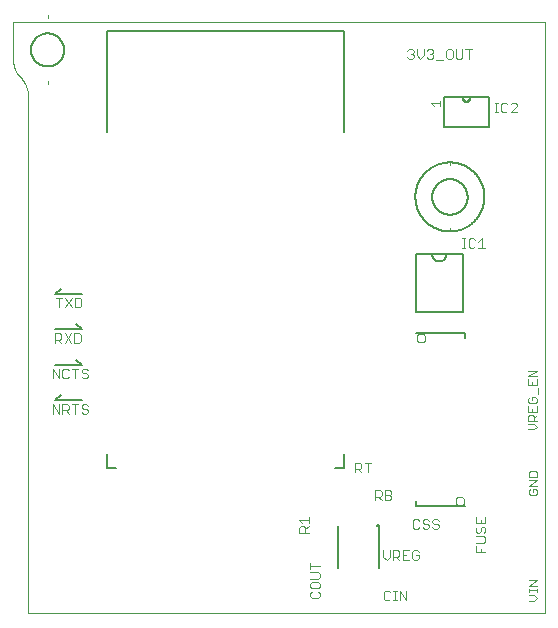
<source format=gto>
G75*
%MOIN*%
%OFA0B0*%
%FSLAX25Y25*%
%IPPOS*%
%LPD*%
%AMOC8*
5,1,8,0,0,1.08239X$1,22.5*
%
%ADD10C,0.00000*%
%ADD11C,0.00700*%
%ADD12C,0.00500*%
%ADD13C,0.00300*%
%ADD14C,0.00200*%
%ADD15C,0.00600*%
%ADD16C,0.00800*%
%ADD17C,0.00050*%
%ADD18C,0.00400*%
D10*
X0006083Y0042283D02*
X0006083Y0214207D01*
X0006080Y0214441D01*
X0006072Y0214675D01*
X0006058Y0214909D01*
X0006038Y0215143D01*
X0006013Y0215376D01*
X0005983Y0215608D01*
X0005947Y0215839D01*
X0005905Y0216070D01*
X0005858Y0216299D01*
X0005806Y0216528D01*
X0005748Y0216755D01*
X0005684Y0216980D01*
X0005616Y0217204D01*
X0005542Y0217426D01*
X0005462Y0217647D01*
X0005378Y0217865D01*
X0005288Y0218082D01*
X0005194Y0218296D01*
X0005094Y0218508D01*
X0004989Y0218717D01*
X0004879Y0218924D01*
X0004764Y0219129D01*
X0004645Y0219330D01*
X0004520Y0219529D01*
X0004391Y0219724D01*
X0004258Y0219917D01*
X0004120Y0220106D01*
X0003977Y0220292D01*
X0003830Y0220474D01*
X0003679Y0220653D01*
X0003523Y0220828D01*
X0003364Y0220999D01*
X0003200Y0221167D01*
X0001083Y0226278D02*
X0001083Y0239134D01*
X0178248Y0239134D01*
X0178248Y0042283D01*
X0006083Y0042283D01*
X0135496Y0133957D02*
X0135498Y0134034D01*
X0135504Y0134110D01*
X0135514Y0134186D01*
X0135528Y0134261D01*
X0135545Y0134336D01*
X0135567Y0134409D01*
X0135592Y0134482D01*
X0135622Y0134553D01*
X0135654Y0134622D01*
X0135691Y0134689D01*
X0135730Y0134755D01*
X0135773Y0134818D01*
X0135820Y0134879D01*
X0135869Y0134938D01*
X0135922Y0134994D01*
X0135977Y0135047D01*
X0136035Y0135097D01*
X0136095Y0135144D01*
X0136158Y0135188D01*
X0136223Y0135229D01*
X0136290Y0135266D01*
X0136359Y0135300D01*
X0136429Y0135330D01*
X0136501Y0135356D01*
X0136575Y0135378D01*
X0136649Y0135397D01*
X0136724Y0135412D01*
X0136800Y0135423D01*
X0136876Y0135430D01*
X0136953Y0135433D01*
X0137029Y0135432D01*
X0137106Y0135427D01*
X0137182Y0135418D01*
X0137258Y0135405D01*
X0137332Y0135388D01*
X0137406Y0135368D01*
X0137479Y0135343D01*
X0137550Y0135315D01*
X0137620Y0135283D01*
X0137688Y0135248D01*
X0137754Y0135209D01*
X0137818Y0135167D01*
X0137879Y0135121D01*
X0137939Y0135072D01*
X0137995Y0135021D01*
X0138049Y0134966D01*
X0138100Y0134909D01*
X0138148Y0134849D01*
X0138193Y0134787D01*
X0138234Y0134722D01*
X0138272Y0134656D01*
X0138307Y0134588D01*
X0138337Y0134517D01*
X0138365Y0134446D01*
X0138388Y0134373D01*
X0138408Y0134299D01*
X0138424Y0134224D01*
X0138436Y0134148D01*
X0138444Y0134072D01*
X0138448Y0133995D01*
X0138448Y0133919D01*
X0138444Y0133842D01*
X0138436Y0133766D01*
X0138424Y0133690D01*
X0138408Y0133615D01*
X0138388Y0133541D01*
X0138365Y0133468D01*
X0138337Y0133397D01*
X0138307Y0133326D01*
X0138272Y0133258D01*
X0138234Y0133192D01*
X0138193Y0133127D01*
X0138148Y0133065D01*
X0138100Y0133005D01*
X0138049Y0132948D01*
X0137995Y0132893D01*
X0137939Y0132842D01*
X0137879Y0132793D01*
X0137818Y0132747D01*
X0137754Y0132705D01*
X0137688Y0132666D01*
X0137620Y0132631D01*
X0137550Y0132599D01*
X0137479Y0132571D01*
X0137406Y0132546D01*
X0137332Y0132526D01*
X0137258Y0132509D01*
X0137182Y0132496D01*
X0137106Y0132487D01*
X0137029Y0132482D01*
X0136953Y0132481D01*
X0136876Y0132484D01*
X0136800Y0132491D01*
X0136724Y0132502D01*
X0136649Y0132517D01*
X0136575Y0132536D01*
X0136501Y0132558D01*
X0136429Y0132584D01*
X0136359Y0132614D01*
X0136290Y0132648D01*
X0136223Y0132685D01*
X0136158Y0132726D01*
X0136095Y0132770D01*
X0136035Y0132817D01*
X0135977Y0132867D01*
X0135922Y0132920D01*
X0135869Y0132976D01*
X0135820Y0133035D01*
X0135773Y0133096D01*
X0135730Y0133159D01*
X0135691Y0133225D01*
X0135654Y0133292D01*
X0135622Y0133361D01*
X0135592Y0133432D01*
X0135567Y0133505D01*
X0135545Y0133578D01*
X0135528Y0133653D01*
X0135514Y0133728D01*
X0135504Y0133804D01*
X0135498Y0133880D01*
X0135496Y0133957D01*
X0148489Y0079626D02*
X0148491Y0079703D01*
X0148497Y0079779D01*
X0148507Y0079855D01*
X0148521Y0079930D01*
X0148538Y0080005D01*
X0148560Y0080078D01*
X0148585Y0080151D01*
X0148615Y0080222D01*
X0148647Y0080291D01*
X0148684Y0080358D01*
X0148723Y0080424D01*
X0148766Y0080487D01*
X0148813Y0080548D01*
X0148862Y0080607D01*
X0148915Y0080663D01*
X0148970Y0080716D01*
X0149028Y0080766D01*
X0149088Y0080813D01*
X0149151Y0080857D01*
X0149216Y0080898D01*
X0149283Y0080935D01*
X0149352Y0080969D01*
X0149422Y0080999D01*
X0149494Y0081025D01*
X0149568Y0081047D01*
X0149642Y0081066D01*
X0149717Y0081081D01*
X0149793Y0081092D01*
X0149869Y0081099D01*
X0149946Y0081102D01*
X0150022Y0081101D01*
X0150099Y0081096D01*
X0150175Y0081087D01*
X0150251Y0081074D01*
X0150325Y0081057D01*
X0150399Y0081037D01*
X0150472Y0081012D01*
X0150543Y0080984D01*
X0150613Y0080952D01*
X0150681Y0080917D01*
X0150747Y0080878D01*
X0150811Y0080836D01*
X0150872Y0080790D01*
X0150932Y0080741D01*
X0150988Y0080690D01*
X0151042Y0080635D01*
X0151093Y0080578D01*
X0151141Y0080518D01*
X0151186Y0080456D01*
X0151227Y0080391D01*
X0151265Y0080325D01*
X0151300Y0080257D01*
X0151330Y0080186D01*
X0151358Y0080115D01*
X0151381Y0080042D01*
X0151401Y0079968D01*
X0151417Y0079893D01*
X0151429Y0079817D01*
X0151437Y0079741D01*
X0151441Y0079664D01*
X0151441Y0079588D01*
X0151437Y0079511D01*
X0151429Y0079435D01*
X0151417Y0079359D01*
X0151401Y0079284D01*
X0151381Y0079210D01*
X0151358Y0079137D01*
X0151330Y0079066D01*
X0151300Y0078995D01*
X0151265Y0078927D01*
X0151227Y0078861D01*
X0151186Y0078796D01*
X0151141Y0078734D01*
X0151093Y0078674D01*
X0151042Y0078617D01*
X0150988Y0078562D01*
X0150932Y0078511D01*
X0150872Y0078462D01*
X0150811Y0078416D01*
X0150747Y0078374D01*
X0150681Y0078335D01*
X0150613Y0078300D01*
X0150543Y0078268D01*
X0150472Y0078240D01*
X0150399Y0078215D01*
X0150325Y0078195D01*
X0150251Y0078178D01*
X0150175Y0078165D01*
X0150099Y0078156D01*
X0150022Y0078151D01*
X0149946Y0078150D01*
X0149869Y0078153D01*
X0149793Y0078160D01*
X0149717Y0078171D01*
X0149642Y0078186D01*
X0149568Y0078205D01*
X0149494Y0078227D01*
X0149422Y0078253D01*
X0149352Y0078283D01*
X0149283Y0078317D01*
X0149216Y0078354D01*
X0149151Y0078395D01*
X0149088Y0078439D01*
X0149028Y0078486D01*
X0148970Y0078536D01*
X0148915Y0078589D01*
X0148862Y0078645D01*
X0148813Y0078704D01*
X0148766Y0078765D01*
X0148723Y0078828D01*
X0148684Y0078894D01*
X0148647Y0078961D01*
X0148615Y0079030D01*
X0148585Y0079101D01*
X0148560Y0079174D01*
X0148538Y0079247D01*
X0148521Y0079322D01*
X0148507Y0079397D01*
X0148497Y0079473D01*
X0148491Y0079549D01*
X0148489Y0079626D01*
X0003199Y0221166D02*
X0003075Y0221293D01*
X0002955Y0221423D01*
X0002837Y0221556D01*
X0002723Y0221692D01*
X0002612Y0221830D01*
X0002505Y0221972D01*
X0002401Y0222115D01*
X0002300Y0222262D01*
X0002204Y0222411D01*
X0002110Y0222562D01*
X0002021Y0222715D01*
X0001936Y0222870D01*
X0001854Y0223028D01*
X0001776Y0223187D01*
X0001702Y0223349D01*
X0001632Y0223512D01*
X0001566Y0223676D01*
X0001505Y0223843D01*
X0001447Y0224010D01*
X0001393Y0224180D01*
X0001344Y0224350D01*
X0001299Y0224521D01*
X0001258Y0224694D01*
X0001221Y0224868D01*
X0001188Y0225042D01*
X0001160Y0225217D01*
X0001136Y0225393D01*
X0001117Y0225569D01*
X0001102Y0225746D01*
X0001091Y0225923D01*
X0001084Y0226101D01*
X0001082Y0226278D01*
D11*
X0017083Y0150316D02*
X0015083Y0148716D01*
X0024083Y0148716D01*
X0022083Y0138505D02*
X0024083Y0136905D01*
X0015083Y0136905D01*
X0022083Y0126694D02*
X0024083Y0125094D01*
X0015083Y0125094D01*
X0017083Y0114883D02*
X0015083Y0113283D01*
X0024083Y0113283D01*
D12*
X0032469Y0095433D02*
X0032469Y0090512D01*
X0035421Y0090512D01*
X0108256Y0090512D02*
X0111209Y0090512D01*
X0111209Y0095433D01*
X0135398Y0079626D02*
X0135398Y0078051D01*
X0151539Y0078051D01*
X0151539Y0133957D02*
X0151539Y0135532D01*
X0135398Y0135532D01*
X0111209Y0202717D02*
X0111209Y0236181D01*
X0032469Y0236181D01*
X0032469Y0202717D01*
X0144577Y0204347D02*
X0144577Y0214141D01*
X0159636Y0214141D01*
X0159636Y0204347D01*
X0144577Y0204347D01*
D13*
X0144267Y0226550D02*
X0142132Y0226550D01*
X0141044Y0227617D02*
X0141044Y0228151D01*
X0140511Y0228685D01*
X0139977Y0228685D01*
X0140511Y0228685D02*
X0141044Y0229219D01*
X0141044Y0229752D01*
X0140511Y0230286D01*
X0139443Y0230286D01*
X0138909Y0229752D01*
X0137822Y0230286D02*
X0137822Y0228151D01*
X0136754Y0227083D01*
X0135687Y0228151D01*
X0135687Y0230286D01*
X0134599Y0229752D02*
X0134599Y0229219D01*
X0134065Y0228685D01*
X0134599Y0228151D01*
X0134599Y0227617D01*
X0134065Y0227083D01*
X0132998Y0227083D01*
X0132464Y0227617D01*
X0133531Y0228685D02*
X0134065Y0228685D01*
X0134599Y0229752D02*
X0134065Y0230286D01*
X0132998Y0230286D01*
X0132464Y0229752D01*
X0138909Y0227617D02*
X0139443Y0227083D01*
X0140511Y0227083D01*
X0141044Y0227617D01*
X0145355Y0227617D02*
X0145889Y0227083D01*
X0146956Y0227083D01*
X0147490Y0227617D01*
X0147490Y0229752D01*
X0146956Y0230286D01*
X0145889Y0230286D01*
X0145355Y0229752D01*
X0145355Y0227617D01*
X0148578Y0227617D02*
X0148578Y0230286D01*
X0148578Y0227617D02*
X0149111Y0227083D01*
X0150179Y0227083D01*
X0150713Y0227617D01*
X0150713Y0230286D01*
X0151800Y0230286D02*
X0153935Y0230286D01*
X0152868Y0230286D02*
X0152868Y0227083D01*
X0161500Y0212416D02*
X0162568Y0212416D01*
X0162034Y0212416D02*
X0162034Y0209213D01*
X0161500Y0209213D02*
X0162568Y0209213D01*
X0163649Y0209747D02*
X0163649Y0211882D01*
X0164183Y0212416D01*
X0165250Y0212416D01*
X0165784Y0211882D01*
X0166872Y0211882D02*
X0167405Y0212416D01*
X0168473Y0212416D01*
X0169007Y0211882D01*
X0169007Y0211348D01*
X0166872Y0209213D01*
X0169007Y0209213D01*
X0165784Y0209747D02*
X0165250Y0209213D01*
X0164183Y0209213D01*
X0163649Y0209747D01*
X0157171Y0167136D02*
X0157171Y0163933D01*
X0156104Y0163933D02*
X0158239Y0163933D01*
X0156104Y0166069D02*
X0157171Y0167136D01*
X0155016Y0166602D02*
X0154483Y0167136D01*
X0153415Y0167136D01*
X0152881Y0166602D01*
X0152881Y0164467D01*
X0153415Y0163933D01*
X0154483Y0163933D01*
X0155016Y0164467D01*
X0151800Y0163933D02*
X0150733Y0163933D01*
X0151266Y0163933D02*
X0151266Y0167136D01*
X0150733Y0167136D02*
X0151800Y0167136D01*
X0172694Y0123079D02*
X0175596Y0123079D01*
X0172694Y0121144D01*
X0175596Y0121144D01*
X0175596Y0120132D02*
X0175596Y0118197D01*
X0172694Y0118197D01*
X0172694Y0120132D01*
X0174145Y0119165D02*
X0174145Y0118197D01*
X0176080Y0117186D02*
X0176080Y0115251D01*
X0175112Y0114239D02*
X0175596Y0113755D01*
X0175596Y0112788D01*
X0175112Y0112304D01*
X0173177Y0112304D01*
X0172694Y0112788D01*
X0172694Y0113755D01*
X0173177Y0114239D01*
X0174145Y0114239D02*
X0174145Y0113272D01*
X0174145Y0114239D02*
X0175112Y0114239D01*
X0175596Y0111293D02*
X0175596Y0109358D01*
X0172694Y0109358D01*
X0172694Y0111293D01*
X0174145Y0110325D02*
X0174145Y0109358D01*
X0174145Y0108346D02*
X0173177Y0108346D01*
X0172694Y0107862D01*
X0172694Y0106411D01*
X0175596Y0106411D01*
X0174629Y0106411D02*
X0174629Y0107862D01*
X0174145Y0108346D01*
X0174629Y0107379D02*
X0175596Y0108346D01*
X0174629Y0105400D02*
X0172694Y0105400D01*
X0174629Y0105400D02*
X0175596Y0104432D01*
X0174629Y0103465D01*
X0172694Y0103465D01*
X0173342Y0089493D02*
X0172859Y0089009D01*
X0172859Y0087558D01*
X0175761Y0087558D01*
X0175761Y0089009D01*
X0175277Y0089493D01*
X0173342Y0089493D01*
X0172859Y0086546D02*
X0175761Y0086546D01*
X0172859Y0084611D01*
X0175761Y0084611D01*
X0175277Y0083600D02*
X0175761Y0083116D01*
X0175761Y0082148D01*
X0175277Y0081665D01*
X0173342Y0081665D01*
X0172859Y0082148D01*
X0172859Y0083116D01*
X0173342Y0083600D01*
X0174310Y0083600D02*
X0174310Y0082632D01*
X0174310Y0083600D02*
X0175277Y0083600D01*
X0158433Y0074346D02*
X0158433Y0072211D01*
X0155230Y0072211D01*
X0155230Y0074346D01*
X0156831Y0073278D02*
X0156831Y0072211D01*
X0157365Y0071123D02*
X0157899Y0071123D01*
X0158433Y0070589D01*
X0158433Y0069522D01*
X0157899Y0068988D01*
X0157899Y0067900D02*
X0155230Y0067900D01*
X0155764Y0068988D02*
X0156298Y0068988D01*
X0156831Y0069522D01*
X0156831Y0070589D01*
X0157365Y0071123D01*
X0155764Y0071123D02*
X0155230Y0070589D01*
X0155230Y0069522D01*
X0155764Y0068988D01*
X0155230Y0065765D02*
X0157899Y0065765D01*
X0158433Y0066299D01*
X0158433Y0067367D01*
X0157899Y0067900D01*
X0156831Y0063610D02*
X0156831Y0062542D01*
X0155230Y0062542D02*
X0155230Y0064678D01*
X0155230Y0062542D02*
X0158433Y0062542D01*
X0172859Y0053253D02*
X0175761Y0053253D01*
X0172859Y0051318D01*
X0175761Y0051318D01*
X0175761Y0050321D02*
X0175761Y0049354D01*
X0175761Y0049837D02*
X0172859Y0049837D01*
X0172859Y0049354D02*
X0172859Y0050321D01*
X0172859Y0048342D02*
X0174794Y0048342D01*
X0175761Y0047375D01*
X0174794Y0046407D01*
X0172859Y0046407D01*
X0142864Y0070976D02*
X0142330Y0070443D01*
X0141262Y0070443D01*
X0140729Y0070976D01*
X0139641Y0070976D02*
X0139107Y0070443D01*
X0138040Y0070443D01*
X0137506Y0070976D01*
X0136418Y0070976D02*
X0135884Y0070443D01*
X0134817Y0070443D01*
X0134283Y0070976D01*
X0134283Y0073111D01*
X0134817Y0073645D01*
X0135884Y0073645D01*
X0136418Y0073111D01*
X0137506Y0073111D02*
X0137506Y0072578D01*
X0138040Y0072044D01*
X0139107Y0072044D01*
X0139641Y0071510D01*
X0139641Y0070976D01*
X0140729Y0072578D02*
X0140729Y0073111D01*
X0141262Y0073645D01*
X0142330Y0073645D01*
X0142864Y0073111D01*
X0142330Y0072044D02*
X0141262Y0072044D01*
X0140729Y0072578D01*
X0139641Y0073111D02*
X0139107Y0073645D01*
X0138040Y0073645D01*
X0137506Y0073111D01*
X0142330Y0072044D02*
X0142864Y0071510D01*
X0142864Y0070976D01*
X0135702Y0063136D02*
X0136236Y0062602D01*
X0135702Y0063136D02*
X0134635Y0063136D01*
X0134101Y0062602D01*
X0134101Y0060467D01*
X0134635Y0059933D01*
X0135702Y0059933D01*
X0136236Y0060467D01*
X0136236Y0061535D01*
X0135168Y0061535D01*
X0133013Y0063136D02*
X0130878Y0063136D01*
X0130878Y0059933D01*
X0133013Y0059933D01*
X0131946Y0061535D02*
X0130878Y0061535D01*
X0129791Y0061535D02*
X0129257Y0061001D01*
X0127655Y0061001D01*
X0127655Y0059933D02*
X0127655Y0063136D01*
X0129257Y0063136D01*
X0129791Y0062602D01*
X0129791Y0061535D01*
X0128723Y0061001D02*
X0129791Y0059933D01*
X0126568Y0061001D02*
X0126568Y0063136D01*
X0126568Y0061001D02*
X0125500Y0059933D01*
X0124433Y0061001D01*
X0124433Y0063136D01*
X0125103Y0049741D02*
X0124570Y0049208D01*
X0124570Y0047072D01*
X0125103Y0046539D01*
X0126171Y0046539D01*
X0126705Y0047072D01*
X0127792Y0046539D02*
X0128860Y0046539D01*
X0128326Y0046539D02*
X0128326Y0049741D01*
X0127792Y0049741D02*
X0128860Y0049741D01*
X0129941Y0049741D02*
X0129941Y0046539D01*
X0132076Y0046539D02*
X0129941Y0049741D01*
X0132076Y0049741D02*
X0132076Y0046539D01*
X0126705Y0049208D02*
X0126171Y0049741D01*
X0125103Y0049741D01*
X0103278Y0048881D02*
X0103278Y0047813D01*
X0102744Y0047279D01*
X0100609Y0047279D01*
X0100075Y0047813D01*
X0100075Y0048881D01*
X0100609Y0049415D01*
X0100609Y0050502D02*
X0102744Y0050502D01*
X0103278Y0051036D01*
X0103278Y0052104D01*
X0102744Y0052637D01*
X0100609Y0052637D01*
X0100075Y0052104D01*
X0100075Y0051036D01*
X0100609Y0050502D01*
X0102744Y0049415D02*
X0103278Y0048881D01*
X0102744Y0053725D02*
X0100075Y0053725D01*
X0100075Y0055860D02*
X0102744Y0055860D01*
X0103278Y0055326D01*
X0103278Y0054259D01*
X0102744Y0053725D01*
X0103278Y0058015D02*
X0100075Y0058015D01*
X0100075Y0056948D02*
X0100075Y0059083D01*
X0099533Y0069088D02*
X0096330Y0069088D01*
X0096330Y0070689D01*
X0096864Y0071223D01*
X0097931Y0071223D01*
X0098465Y0070689D01*
X0098465Y0069088D01*
X0098465Y0070156D02*
X0099533Y0071223D01*
X0099533Y0072311D02*
X0099533Y0074446D01*
X0099533Y0073378D02*
X0096330Y0073378D01*
X0097398Y0072311D01*
X0114933Y0089133D02*
X0114933Y0092336D01*
X0116534Y0092336D01*
X0117068Y0091802D01*
X0117068Y0090735D01*
X0116534Y0090201D01*
X0114933Y0090201D01*
X0116000Y0090201D02*
X0117068Y0089133D01*
X0119223Y0089133D02*
X0119223Y0092336D01*
X0118155Y0092336D02*
X0120291Y0092336D01*
X0121733Y0083186D02*
X0123334Y0083186D01*
X0123868Y0082652D01*
X0123868Y0081585D01*
X0123334Y0081051D01*
X0121733Y0081051D01*
X0122800Y0081051D02*
X0123868Y0079983D01*
X0124955Y0079983D02*
X0126557Y0079983D01*
X0127091Y0080517D01*
X0127091Y0081051D01*
X0126557Y0081585D01*
X0124955Y0081585D01*
X0124955Y0083186D02*
X0124955Y0079983D01*
X0126557Y0081585D02*
X0127091Y0082119D01*
X0127091Y0082652D01*
X0126557Y0083186D01*
X0124955Y0083186D01*
X0121733Y0083186D02*
X0121733Y0079983D01*
X0025997Y0109284D02*
X0025463Y0108750D01*
X0024395Y0108750D01*
X0023862Y0109284D01*
X0024395Y0110352D02*
X0025463Y0110352D01*
X0025997Y0109818D01*
X0025997Y0109284D01*
X0024395Y0110352D02*
X0023862Y0110886D01*
X0023862Y0111419D01*
X0024395Y0111953D01*
X0025463Y0111953D01*
X0025997Y0111419D01*
X0022774Y0111953D02*
X0020639Y0111953D01*
X0021706Y0111953D02*
X0021706Y0108750D01*
X0019551Y0108750D02*
X0018484Y0109818D01*
X0019017Y0109818D02*
X0017416Y0109818D01*
X0017416Y0108750D02*
X0017416Y0111953D01*
X0019017Y0111953D01*
X0019551Y0111419D01*
X0019551Y0110352D01*
X0019017Y0109818D01*
X0016328Y0108750D02*
X0016328Y0111953D01*
X0014193Y0111953D02*
X0014193Y0108750D01*
X0016328Y0108750D02*
X0014193Y0111953D01*
X0014193Y0120561D02*
X0014193Y0123764D01*
X0016328Y0120561D01*
X0016328Y0123764D01*
X0017416Y0123230D02*
X0017416Y0121095D01*
X0017950Y0120561D01*
X0019017Y0120561D01*
X0019551Y0121095D01*
X0019551Y0123230D02*
X0019017Y0123764D01*
X0017950Y0123764D01*
X0017416Y0123230D01*
X0020639Y0123764D02*
X0022774Y0123764D01*
X0021706Y0123764D02*
X0021706Y0120561D01*
X0023862Y0121095D02*
X0024395Y0120561D01*
X0025463Y0120561D01*
X0025997Y0121095D01*
X0025997Y0121629D01*
X0025463Y0122163D01*
X0024395Y0122163D01*
X0023862Y0122697D01*
X0023862Y0123230D01*
X0024395Y0123764D01*
X0025463Y0123764D01*
X0025997Y0123230D01*
X0023040Y0132372D02*
X0021439Y0132372D01*
X0021439Y0135575D01*
X0023040Y0135575D01*
X0023574Y0135041D01*
X0023574Y0132906D01*
X0023040Y0132372D01*
X0020351Y0132372D02*
X0018216Y0135575D01*
X0017128Y0135041D02*
X0017128Y0133974D01*
X0016595Y0133440D01*
X0014993Y0133440D01*
X0014993Y0132372D02*
X0014993Y0135575D01*
X0016595Y0135575D01*
X0017128Y0135041D01*
X0016061Y0133440D02*
X0017128Y0132372D01*
X0018216Y0132372D02*
X0020351Y0135575D01*
X0020551Y0144183D02*
X0018416Y0147386D01*
X0017328Y0147386D02*
X0015193Y0147386D01*
X0016261Y0147386D02*
X0016261Y0144183D01*
X0018416Y0144183D02*
X0020551Y0147386D01*
X0021639Y0147386D02*
X0021639Y0144183D01*
X0023240Y0144183D01*
X0023774Y0144717D01*
X0023774Y0146852D01*
X0023240Y0147386D01*
X0021639Y0147386D01*
D14*
X0012500Y0218520D02*
X0012500Y0219520D01*
X0012500Y0240520D02*
X0012500Y0241520D01*
X0146618Y0192504D02*
X0146618Y0191504D01*
X0146618Y0170504D02*
X0146618Y0169504D01*
D15*
X0135118Y0181004D02*
X0135121Y0181286D01*
X0135132Y0181568D01*
X0135149Y0181850D01*
X0135173Y0182131D01*
X0135204Y0182412D01*
X0135242Y0182691D01*
X0135287Y0182970D01*
X0135339Y0183248D01*
X0135397Y0183524D01*
X0135463Y0183798D01*
X0135535Y0184071D01*
X0135613Y0184342D01*
X0135698Y0184611D01*
X0135790Y0184878D01*
X0135889Y0185143D01*
X0135993Y0185405D01*
X0136105Y0185664D01*
X0136222Y0185921D01*
X0136346Y0186175D01*
X0136476Y0186425D01*
X0136612Y0186672D01*
X0136754Y0186916D01*
X0136902Y0187156D01*
X0137056Y0187393D01*
X0137216Y0187626D01*
X0137381Y0187855D01*
X0137552Y0188079D01*
X0137728Y0188300D01*
X0137910Y0188515D01*
X0138097Y0188727D01*
X0138289Y0188934D01*
X0138486Y0189136D01*
X0138688Y0189333D01*
X0138895Y0189525D01*
X0139107Y0189712D01*
X0139322Y0189894D01*
X0139543Y0190070D01*
X0139767Y0190241D01*
X0139996Y0190406D01*
X0140229Y0190566D01*
X0140466Y0190720D01*
X0140706Y0190868D01*
X0140950Y0191010D01*
X0141197Y0191146D01*
X0141447Y0191276D01*
X0141701Y0191400D01*
X0141958Y0191517D01*
X0142217Y0191629D01*
X0142479Y0191733D01*
X0142744Y0191832D01*
X0143011Y0191924D01*
X0143280Y0192009D01*
X0143551Y0192087D01*
X0143824Y0192159D01*
X0144098Y0192225D01*
X0144374Y0192283D01*
X0144652Y0192335D01*
X0144931Y0192380D01*
X0145210Y0192418D01*
X0145491Y0192449D01*
X0145772Y0192473D01*
X0146054Y0192490D01*
X0146336Y0192501D01*
X0146618Y0192504D01*
X0146900Y0192501D01*
X0147182Y0192490D01*
X0147464Y0192473D01*
X0147745Y0192449D01*
X0148026Y0192418D01*
X0148305Y0192380D01*
X0148584Y0192335D01*
X0148862Y0192283D01*
X0149138Y0192225D01*
X0149412Y0192159D01*
X0149685Y0192087D01*
X0149956Y0192009D01*
X0150225Y0191924D01*
X0150492Y0191832D01*
X0150757Y0191733D01*
X0151019Y0191629D01*
X0151278Y0191517D01*
X0151535Y0191400D01*
X0151789Y0191276D01*
X0152039Y0191146D01*
X0152286Y0191010D01*
X0152530Y0190868D01*
X0152770Y0190720D01*
X0153007Y0190566D01*
X0153240Y0190406D01*
X0153469Y0190241D01*
X0153693Y0190070D01*
X0153914Y0189894D01*
X0154129Y0189712D01*
X0154341Y0189525D01*
X0154548Y0189333D01*
X0154750Y0189136D01*
X0154947Y0188934D01*
X0155139Y0188727D01*
X0155326Y0188515D01*
X0155508Y0188300D01*
X0155684Y0188079D01*
X0155855Y0187855D01*
X0156020Y0187626D01*
X0156180Y0187393D01*
X0156334Y0187156D01*
X0156482Y0186916D01*
X0156624Y0186672D01*
X0156760Y0186425D01*
X0156890Y0186175D01*
X0157014Y0185921D01*
X0157131Y0185664D01*
X0157243Y0185405D01*
X0157347Y0185143D01*
X0157446Y0184878D01*
X0157538Y0184611D01*
X0157623Y0184342D01*
X0157701Y0184071D01*
X0157773Y0183798D01*
X0157839Y0183524D01*
X0157897Y0183248D01*
X0157949Y0182970D01*
X0157994Y0182691D01*
X0158032Y0182412D01*
X0158063Y0182131D01*
X0158087Y0181850D01*
X0158104Y0181568D01*
X0158115Y0181286D01*
X0158118Y0181004D01*
X0158115Y0180722D01*
X0158104Y0180440D01*
X0158087Y0180158D01*
X0158063Y0179877D01*
X0158032Y0179596D01*
X0157994Y0179317D01*
X0157949Y0179038D01*
X0157897Y0178760D01*
X0157839Y0178484D01*
X0157773Y0178210D01*
X0157701Y0177937D01*
X0157623Y0177666D01*
X0157538Y0177397D01*
X0157446Y0177130D01*
X0157347Y0176865D01*
X0157243Y0176603D01*
X0157131Y0176344D01*
X0157014Y0176087D01*
X0156890Y0175833D01*
X0156760Y0175583D01*
X0156624Y0175336D01*
X0156482Y0175092D01*
X0156334Y0174852D01*
X0156180Y0174615D01*
X0156020Y0174382D01*
X0155855Y0174153D01*
X0155684Y0173929D01*
X0155508Y0173708D01*
X0155326Y0173493D01*
X0155139Y0173281D01*
X0154947Y0173074D01*
X0154750Y0172872D01*
X0154548Y0172675D01*
X0154341Y0172483D01*
X0154129Y0172296D01*
X0153914Y0172114D01*
X0153693Y0171938D01*
X0153469Y0171767D01*
X0153240Y0171602D01*
X0153007Y0171442D01*
X0152770Y0171288D01*
X0152530Y0171140D01*
X0152286Y0170998D01*
X0152039Y0170862D01*
X0151789Y0170732D01*
X0151535Y0170608D01*
X0151278Y0170491D01*
X0151019Y0170379D01*
X0150757Y0170275D01*
X0150492Y0170176D01*
X0150225Y0170084D01*
X0149956Y0169999D01*
X0149685Y0169921D01*
X0149412Y0169849D01*
X0149138Y0169783D01*
X0148862Y0169725D01*
X0148584Y0169673D01*
X0148305Y0169628D01*
X0148026Y0169590D01*
X0147745Y0169559D01*
X0147464Y0169535D01*
X0147182Y0169518D01*
X0146900Y0169507D01*
X0146618Y0169504D01*
X0146336Y0169507D01*
X0146054Y0169518D01*
X0145772Y0169535D01*
X0145491Y0169559D01*
X0145210Y0169590D01*
X0144931Y0169628D01*
X0144652Y0169673D01*
X0144374Y0169725D01*
X0144098Y0169783D01*
X0143824Y0169849D01*
X0143551Y0169921D01*
X0143280Y0169999D01*
X0143011Y0170084D01*
X0142744Y0170176D01*
X0142479Y0170275D01*
X0142217Y0170379D01*
X0141958Y0170491D01*
X0141701Y0170608D01*
X0141447Y0170732D01*
X0141197Y0170862D01*
X0140950Y0170998D01*
X0140706Y0171140D01*
X0140466Y0171288D01*
X0140229Y0171442D01*
X0139996Y0171602D01*
X0139767Y0171767D01*
X0139543Y0171938D01*
X0139322Y0172114D01*
X0139107Y0172296D01*
X0138895Y0172483D01*
X0138688Y0172675D01*
X0138486Y0172872D01*
X0138289Y0173074D01*
X0138097Y0173281D01*
X0137910Y0173493D01*
X0137728Y0173708D01*
X0137552Y0173929D01*
X0137381Y0174153D01*
X0137216Y0174382D01*
X0137056Y0174615D01*
X0136902Y0174852D01*
X0136754Y0175092D01*
X0136612Y0175336D01*
X0136476Y0175583D01*
X0136346Y0175833D01*
X0136222Y0176087D01*
X0136105Y0176344D01*
X0135993Y0176603D01*
X0135889Y0176865D01*
X0135790Y0177130D01*
X0135698Y0177397D01*
X0135613Y0177666D01*
X0135535Y0177937D01*
X0135463Y0178210D01*
X0135397Y0178484D01*
X0135339Y0178760D01*
X0135287Y0179038D01*
X0135242Y0179317D01*
X0135204Y0179596D01*
X0135173Y0179877D01*
X0135149Y0180158D01*
X0135132Y0180440D01*
X0135121Y0180722D01*
X0135118Y0181004D01*
X0122751Y0071731D02*
X0122785Y0071729D01*
X0122818Y0071723D01*
X0122850Y0071714D01*
X0122881Y0071701D01*
X0122911Y0071685D01*
X0122938Y0071666D01*
X0122963Y0071643D01*
X0122986Y0071618D01*
X0123005Y0071591D01*
X0123021Y0071561D01*
X0123034Y0071530D01*
X0123043Y0071498D01*
X0123049Y0071465D01*
X0123051Y0071431D01*
X0123049Y0071397D01*
X0123043Y0071364D01*
X0123034Y0071332D01*
X0123021Y0071301D01*
X0123005Y0071271D01*
X0122986Y0071244D01*
X0122963Y0071219D01*
X0122938Y0071196D01*
X0122911Y0071177D01*
X0122881Y0071161D01*
X0122850Y0071148D01*
X0122818Y0071139D01*
X0122785Y0071133D01*
X0122751Y0071131D01*
X0122983Y0071183D02*
X0122983Y0057383D01*
X0122983Y0071183D01*
X0122751Y0071131D02*
X0122717Y0071133D01*
X0122684Y0071139D01*
X0122652Y0071148D01*
X0122621Y0071161D01*
X0122591Y0071177D01*
X0122564Y0071196D01*
X0122539Y0071219D01*
X0122516Y0071244D01*
X0122497Y0071271D01*
X0122481Y0071301D01*
X0122468Y0071332D01*
X0122459Y0071364D01*
X0122453Y0071397D01*
X0122451Y0071431D01*
X0122453Y0071465D01*
X0122459Y0071498D01*
X0122468Y0071530D01*
X0122481Y0071561D01*
X0122497Y0071591D01*
X0122516Y0071618D01*
X0122539Y0071643D01*
X0122564Y0071666D01*
X0122591Y0071685D01*
X0122621Y0071701D01*
X0122652Y0071714D01*
X0122684Y0071723D01*
X0122717Y0071729D01*
X0122751Y0071731D01*
X0122785Y0071729D01*
X0122818Y0071723D01*
X0122850Y0071714D01*
X0122881Y0071701D01*
X0122911Y0071685D01*
X0122938Y0071666D01*
X0122963Y0071643D01*
X0122986Y0071618D01*
X0123005Y0071591D01*
X0123021Y0071561D01*
X0123034Y0071530D01*
X0123043Y0071498D01*
X0123049Y0071465D01*
X0123051Y0071431D01*
X0123049Y0071397D01*
X0123043Y0071364D01*
X0123034Y0071332D01*
X0123021Y0071301D01*
X0123005Y0071271D01*
X0122986Y0071244D01*
X0122963Y0071219D01*
X0122938Y0071196D01*
X0122911Y0071177D01*
X0122881Y0071161D01*
X0122850Y0071148D01*
X0122818Y0071139D01*
X0122785Y0071133D01*
X0122751Y0071131D01*
X0122717Y0071133D01*
X0122684Y0071139D01*
X0122652Y0071148D01*
X0122621Y0071161D01*
X0122591Y0071177D01*
X0122564Y0071196D01*
X0122539Y0071219D01*
X0122516Y0071244D01*
X0122497Y0071271D01*
X0122481Y0071301D01*
X0122468Y0071332D01*
X0122459Y0071364D01*
X0122453Y0071397D01*
X0122451Y0071431D01*
X0122453Y0071465D01*
X0122459Y0071498D01*
X0122468Y0071530D01*
X0122481Y0071561D01*
X0122497Y0071591D01*
X0122516Y0071618D01*
X0122539Y0071643D01*
X0122564Y0071666D01*
X0122591Y0071685D01*
X0122621Y0071701D01*
X0122652Y0071714D01*
X0122684Y0071723D01*
X0122717Y0071729D01*
X0122751Y0071731D01*
X0109183Y0071183D02*
X0109183Y0057383D01*
X0109183Y0071183D01*
X0006988Y0230020D02*
X0006990Y0230168D01*
X0006996Y0230316D01*
X0007006Y0230464D01*
X0007020Y0230611D01*
X0007038Y0230758D01*
X0007059Y0230904D01*
X0007085Y0231050D01*
X0007115Y0231195D01*
X0007148Y0231339D01*
X0007186Y0231482D01*
X0007227Y0231624D01*
X0007272Y0231765D01*
X0007320Y0231905D01*
X0007373Y0232044D01*
X0007429Y0232181D01*
X0007489Y0232316D01*
X0007552Y0232450D01*
X0007619Y0232582D01*
X0007690Y0232712D01*
X0007764Y0232840D01*
X0007841Y0232966D01*
X0007922Y0233090D01*
X0008006Y0233212D01*
X0008093Y0233331D01*
X0008184Y0233448D01*
X0008278Y0233563D01*
X0008374Y0233675D01*
X0008474Y0233785D01*
X0008576Y0233891D01*
X0008682Y0233995D01*
X0008790Y0234096D01*
X0008901Y0234194D01*
X0009014Y0234290D01*
X0009130Y0234382D01*
X0009248Y0234471D01*
X0009369Y0234556D01*
X0009492Y0234639D01*
X0009617Y0234718D01*
X0009744Y0234794D01*
X0009873Y0234866D01*
X0010004Y0234935D01*
X0010137Y0235000D01*
X0010272Y0235061D01*
X0010408Y0235119D01*
X0010545Y0235174D01*
X0010684Y0235224D01*
X0010825Y0235271D01*
X0010966Y0235314D01*
X0011109Y0235354D01*
X0011253Y0235389D01*
X0011397Y0235421D01*
X0011543Y0235448D01*
X0011689Y0235472D01*
X0011836Y0235492D01*
X0011983Y0235508D01*
X0012130Y0235520D01*
X0012278Y0235528D01*
X0012426Y0235532D01*
X0012574Y0235532D01*
X0012722Y0235528D01*
X0012870Y0235520D01*
X0013017Y0235508D01*
X0013164Y0235492D01*
X0013311Y0235472D01*
X0013457Y0235448D01*
X0013603Y0235421D01*
X0013747Y0235389D01*
X0013891Y0235354D01*
X0014034Y0235314D01*
X0014175Y0235271D01*
X0014316Y0235224D01*
X0014455Y0235174D01*
X0014592Y0235119D01*
X0014728Y0235061D01*
X0014863Y0235000D01*
X0014996Y0234935D01*
X0015127Y0234866D01*
X0015256Y0234794D01*
X0015383Y0234718D01*
X0015508Y0234639D01*
X0015631Y0234556D01*
X0015752Y0234471D01*
X0015870Y0234382D01*
X0015986Y0234290D01*
X0016099Y0234194D01*
X0016210Y0234096D01*
X0016318Y0233995D01*
X0016424Y0233891D01*
X0016526Y0233785D01*
X0016626Y0233675D01*
X0016722Y0233563D01*
X0016816Y0233448D01*
X0016907Y0233331D01*
X0016994Y0233212D01*
X0017078Y0233090D01*
X0017159Y0232966D01*
X0017236Y0232840D01*
X0017310Y0232712D01*
X0017381Y0232582D01*
X0017448Y0232450D01*
X0017511Y0232316D01*
X0017571Y0232181D01*
X0017627Y0232044D01*
X0017680Y0231905D01*
X0017728Y0231765D01*
X0017773Y0231624D01*
X0017814Y0231482D01*
X0017852Y0231339D01*
X0017885Y0231195D01*
X0017915Y0231050D01*
X0017941Y0230904D01*
X0017962Y0230758D01*
X0017980Y0230611D01*
X0017994Y0230464D01*
X0018004Y0230316D01*
X0018010Y0230168D01*
X0018012Y0230020D01*
X0018010Y0229872D01*
X0018004Y0229724D01*
X0017994Y0229576D01*
X0017980Y0229429D01*
X0017962Y0229282D01*
X0017941Y0229136D01*
X0017915Y0228990D01*
X0017885Y0228845D01*
X0017852Y0228701D01*
X0017814Y0228558D01*
X0017773Y0228416D01*
X0017728Y0228275D01*
X0017680Y0228135D01*
X0017627Y0227996D01*
X0017571Y0227859D01*
X0017511Y0227724D01*
X0017448Y0227590D01*
X0017381Y0227458D01*
X0017310Y0227328D01*
X0017236Y0227200D01*
X0017159Y0227074D01*
X0017078Y0226950D01*
X0016994Y0226828D01*
X0016907Y0226709D01*
X0016816Y0226592D01*
X0016722Y0226477D01*
X0016626Y0226365D01*
X0016526Y0226255D01*
X0016424Y0226149D01*
X0016318Y0226045D01*
X0016210Y0225944D01*
X0016099Y0225846D01*
X0015986Y0225750D01*
X0015870Y0225658D01*
X0015752Y0225569D01*
X0015631Y0225484D01*
X0015508Y0225401D01*
X0015383Y0225322D01*
X0015256Y0225246D01*
X0015127Y0225174D01*
X0014996Y0225105D01*
X0014863Y0225040D01*
X0014728Y0224979D01*
X0014592Y0224921D01*
X0014455Y0224866D01*
X0014316Y0224816D01*
X0014175Y0224769D01*
X0014034Y0224726D01*
X0013891Y0224686D01*
X0013747Y0224651D01*
X0013603Y0224619D01*
X0013457Y0224592D01*
X0013311Y0224568D01*
X0013164Y0224548D01*
X0013017Y0224532D01*
X0012870Y0224520D01*
X0012722Y0224512D01*
X0012574Y0224508D01*
X0012426Y0224508D01*
X0012278Y0224512D01*
X0012130Y0224520D01*
X0011983Y0224532D01*
X0011836Y0224548D01*
X0011689Y0224568D01*
X0011543Y0224592D01*
X0011397Y0224619D01*
X0011253Y0224651D01*
X0011109Y0224686D01*
X0010966Y0224726D01*
X0010825Y0224769D01*
X0010684Y0224816D01*
X0010545Y0224866D01*
X0010408Y0224921D01*
X0010272Y0224979D01*
X0010137Y0225040D01*
X0010004Y0225105D01*
X0009873Y0225174D01*
X0009744Y0225246D01*
X0009617Y0225322D01*
X0009492Y0225401D01*
X0009369Y0225484D01*
X0009248Y0225569D01*
X0009130Y0225658D01*
X0009014Y0225750D01*
X0008901Y0225846D01*
X0008790Y0225944D01*
X0008682Y0226045D01*
X0008576Y0226149D01*
X0008474Y0226255D01*
X0008374Y0226365D01*
X0008278Y0226477D01*
X0008184Y0226592D01*
X0008093Y0226709D01*
X0008006Y0226828D01*
X0007922Y0226950D01*
X0007841Y0227074D01*
X0007764Y0227200D01*
X0007690Y0227328D01*
X0007619Y0227458D01*
X0007552Y0227590D01*
X0007489Y0227724D01*
X0007429Y0227859D01*
X0007373Y0227996D01*
X0007320Y0228135D01*
X0007272Y0228275D01*
X0007227Y0228416D01*
X0007186Y0228558D01*
X0007148Y0228701D01*
X0007115Y0228845D01*
X0007085Y0228990D01*
X0007059Y0229136D01*
X0007038Y0229282D01*
X0007020Y0229429D01*
X0007006Y0229576D01*
X0006996Y0229724D01*
X0006990Y0229872D01*
X0006988Y0230020D01*
D16*
X0006990Y0230168D01*
X0006996Y0230316D01*
X0007006Y0230464D01*
X0007020Y0230611D01*
X0007038Y0230758D01*
X0007059Y0230904D01*
X0007085Y0231050D01*
X0007115Y0231195D01*
X0007148Y0231339D01*
X0007186Y0231482D01*
X0007227Y0231624D01*
X0007272Y0231765D01*
X0007320Y0231905D01*
X0007373Y0232044D01*
X0007429Y0232181D01*
X0007489Y0232316D01*
X0007552Y0232450D01*
X0007619Y0232582D01*
X0007690Y0232712D01*
X0007764Y0232840D01*
X0007841Y0232966D01*
X0007922Y0233090D01*
X0008006Y0233212D01*
X0008093Y0233331D01*
X0008184Y0233448D01*
X0008278Y0233563D01*
X0008374Y0233675D01*
X0008474Y0233785D01*
X0008576Y0233891D01*
X0008682Y0233995D01*
X0008790Y0234096D01*
X0008901Y0234194D01*
X0009014Y0234290D01*
X0009130Y0234382D01*
X0009248Y0234471D01*
X0009369Y0234556D01*
X0009492Y0234639D01*
X0009617Y0234718D01*
X0009744Y0234794D01*
X0009873Y0234866D01*
X0010004Y0234935D01*
X0010137Y0235000D01*
X0010272Y0235061D01*
X0010408Y0235119D01*
X0010545Y0235174D01*
X0010684Y0235224D01*
X0010825Y0235271D01*
X0010966Y0235314D01*
X0011109Y0235354D01*
X0011253Y0235389D01*
X0011397Y0235421D01*
X0011543Y0235448D01*
X0011689Y0235472D01*
X0011836Y0235492D01*
X0011983Y0235508D01*
X0012130Y0235520D01*
X0012278Y0235528D01*
X0012426Y0235532D01*
X0012574Y0235532D01*
X0012722Y0235528D01*
X0012870Y0235520D01*
X0013017Y0235508D01*
X0013164Y0235492D01*
X0013311Y0235472D01*
X0013457Y0235448D01*
X0013603Y0235421D01*
X0013747Y0235389D01*
X0013891Y0235354D01*
X0014034Y0235314D01*
X0014175Y0235271D01*
X0014316Y0235224D01*
X0014455Y0235174D01*
X0014592Y0235119D01*
X0014728Y0235061D01*
X0014863Y0235000D01*
X0014996Y0234935D01*
X0015127Y0234866D01*
X0015256Y0234794D01*
X0015383Y0234718D01*
X0015508Y0234639D01*
X0015631Y0234556D01*
X0015752Y0234471D01*
X0015870Y0234382D01*
X0015986Y0234290D01*
X0016099Y0234194D01*
X0016210Y0234096D01*
X0016318Y0233995D01*
X0016424Y0233891D01*
X0016526Y0233785D01*
X0016626Y0233675D01*
X0016722Y0233563D01*
X0016816Y0233448D01*
X0016907Y0233331D01*
X0016994Y0233212D01*
X0017078Y0233090D01*
X0017159Y0232966D01*
X0017236Y0232840D01*
X0017310Y0232712D01*
X0017381Y0232582D01*
X0017448Y0232450D01*
X0017511Y0232316D01*
X0017571Y0232181D01*
X0017627Y0232044D01*
X0017680Y0231905D01*
X0017728Y0231765D01*
X0017773Y0231624D01*
X0017814Y0231482D01*
X0017852Y0231339D01*
X0017885Y0231195D01*
X0017915Y0231050D01*
X0017941Y0230904D01*
X0017962Y0230758D01*
X0017980Y0230611D01*
X0017994Y0230464D01*
X0018004Y0230316D01*
X0018010Y0230168D01*
X0018012Y0230020D01*
X0018010Y0229872D01*
X0018004Y0229724D01*
X0017994Y0229576D01*
X0017980Y0229429D01*
X0017962Y0229282D01*
X0017941Y0229136D01*
X0017915Y0228990D01*
X0017885Y0228845D01*
X0017852Y0228701D01*
X0017814Y0228558D01*
X0017773Y0228416D01*
X0017728Y0228275D01*
X0017680Y0228135D01*
X0017627Y0227996D01*
X0017571Y0227859D01*
X0017511Y0227724D01*
X0017448Y0227590D01*
X0017381Y0227458D01*
X0017310Y0227328D01*
X0017236Y0227200D01*
X0017159Y0227074D01*
X0017078Y0226950D01*
X0016994Y0226828D01*
X0016907Y0226709D01*
X0016816Y0226592D01*
X0016722Y0226477D01*
X0016626Y0226365D01*
X0016526Y0226255D01*
X0016424Y0226149D01*
X0016318Y0226045D01*
X0016210Y0225944D01*
X0016099Y0225846D01*
X0015986Y0225750D01*
X0015870Y0225658D01*
X0015752Y0225569D01*
X0015631Y0225484D01*
X0015508Y0225401D01*
X0015383Y0225322D01*
X0015256Y0225246D01*
X0015127Y0225174D01*
X0014996Y0225105D01*
X0014863Y0225040D01*
X0014728Y0224979D01*
X0014592Y0224921D01*
X0014455Y0224866D01*
X0014316Y0224816D01*
X0014175Y0224769D01*
X0014034Y0224726D01*
X0013891Y0224686D01*
X0013747Y0224651D01*
X0013603Y0224619D01*
X0013457Y0224592D01*
X0013311Y0224568D01*
X0013164Y0224548D01*
X0013017Y0224532D01*
X0012870Y0224520D01*
X0012722Y0224512D01*
X0012574Y0224508D01*
X0012426Y0224508D01*
X0012278Y0224512D01*
X0012130Y0224520D01*
X0011983Y0224532D01*
X0011836Y0224548D01*
X0011689Y0224568D01*
X0011543Y0224592D01*
X0011397Y0224619D01*
X0011253Y0224651D01*
X0011109Y0224686D01*
X0010966Y0224726D01*
X0010825Y0224769D01*
X0010684Y0224816D01*
X0010545Y0224866D01*
X0010408Y0224921D01*
X0010272Y0224979D01*
X0010137Y0225040D01*
X0010004Y0225105D01*
X0009873Y0225174D01*
X0009744Y0225246D01*
X0009617Y0225322D01*
X0009492Y0225401D01*
X0009369Y0225484D01*
X0009248Y0225569D01*
X0009130Y0225658D01*
X0009014Y0225750D01*
X0008901Y0225846D01*
X0008790Y0225944D01*
X0008682Y0226045D01*
X0008576Y0226149D01*
X0008474Y0226255D01*
X0008374Y0226365D01*
X0008278Y0226477D01*
X0008184Y0226592D01*
X0008093Y0226709D01*
X0008006Y0226828D01*
X0007922Y0226950D01*
X0007841Y0227074D01*
X0007764Y0227200D01*
X0007690Y0227328D01*
X0007619Y0227458D01*
X0007552Y0227590D01*
X0007489Y0227724D01*
X0007429Y0227859D01*
X0007373Y0227996D01*
X0007320Y0228135D01*
X0007272Y0228275D01*
X0007227Y0228416D01*
X0007186Y0228558D01*
X0007148Y0228701D01*
X0007115Y0228845D01*
X0007085Y0228990D01*
X0007059Y0229136D01*
X0007038Y0229282D01*
X0007020Y0229429D01*
X0007006Y0229576D01*
X0006996Y0229724D01*
X0006990Y0229872D01*
X0006988Y0230020D01*
X0135209Y0161923D02*
X0135209Y0142644D01*
X0150957Y0142644D01*
X0150957Y0161923D01*
X0135209Y0161923D01*
X0140721Y0161923D02*
X0140723Y0161827D01*
X0140729Y0161730D01*
X0140739Y0161635D01*
X0140752Y0161539D01*
X0140770Y0161444D01*
X0140791Y0161351D01*
X0140817Y0161258D01*
X0140846Y0161166D01*
X0140878Y0161075D01*
X0140915Y0160986D01*
X0140955Y0160898D01*
X0140998Y0160812D01*
X0141046Y0160728D01*
X0141096Y0160646D01*
X0141150Y0160566D01*
X0141207Y0160488D01*
X0141267Y0160413D01*
X0141330Y0160340D01*
X0141396Y0160270D01*
X0141465Y0160202D01*
X0141536Y0160138D01*
X0141610Y0160076D01*
X0141687Y0160018D01*
X0141766Y0159962D01*
X0141847Y0159910D01*
X0141930Y0159862D01*
X0142015Y0159816D01*
X0142102Y0159774D01*
X0142190Y0159736D01*
X0142280Y0159702D01*
X0142371Y0159671D01*
X0142464Y0159644D01*
X0142557Y0159620D01*
X0142652Y0159601D01*
X0142747Y0159585D01*
X0142842Y0159573D01*
X0142939Y0159565D01*
X0143035Y0159561D01*
X0143131Y0159561D01*
X0143227Y0159565D01*
X0143324Y0159573D01*
X0143419Y0159585D01*
X0143514Y0159601D01*
X0143609Y0159620D01*
X0143702Y0159644D01*
X0143795Y0159671D01*
X0143886Y0159702D01*
X0143976Y0159736D01*
X0144064Y0159774D01*
X0144151Y0159816D01*
X0144236Y0159862D01*
X0144319Y0159910D01*
X0144400Y0159962D01*
X0144479Y0160018D01*
X0144556Y0160076D01*
X0144630Y0160138D01*
X0144701Y0160202D01*
X0144770Y0160270D01*
X0144836Y0160340D01*
X0144899Y0160413D01*
X0144959Y0160488D01*
X0145016Y0160566D01*
X0145070Y0160646D01*
X0145120Y0160728D01*
X0145168Y0160812D01*
X0145211Y0160898D01*
X0145251Y0160986D01*
X0145288Y0161075D01*
X0145320Y0161166D01*
X0145349Y0161258D01*
X0145375Y0161351D01*
X0145396Y0161444D01*
X0145414Y0161539D01*
X0145427Y0161635D01*
X0145437Y0161730D01*
X0145443Y0161827D01*
X0145445Y0161923D01*
X0140712Y0181004D02*
X0140714Y0181157D01*
X0140720Y0181311D01*
X0140730Y0181464D01*
X0140744Y0181616D01*
X0140762Y0181769D01*
X0140784Y0181920D01*
X0140809Y0182071D01*
X0140839Y0182222D01*
X0140873Y0182372D01*
X0140910Y0182520D01*
X0140951Y0182668D01*
X0140996Y0182814D01*
X0141045Y0182960D01*
X0141098Y0183104D01*
X0141154Y0183246D01*
X0141214Y0183387D01*
X0141278Y0183527D01*
X0141345Y0183665D01*
X0141416Y0183801D01*
X0141491Y0183935D01*
X0141568Y0184067D01*
X0141650Y0184197D01*
X0141734Y0184325D01*
X0141822Y0184451D01*
X0141913Y0184574D01*
X0142007Y0184695D01*
X0142105Y0184813D01*
X0142205Y0184929D01*
X0142309Y0185042D01*
X0142415Y0185153D01*
X0142524Y0185261D01*
X0142636Y0185366D01*
X0142750Y0185467D01*
X0142868Y0185566D01*
X0142987Y0185662D01*
X0143109Y0185755D01*
X0143234Y0185844D01*
X0143361Y0185931D01*
X0143490Y0186013D01*
X0143621Y0186093D01*
X0143754Y0186169D01*
X0143889Y0186242D01*
X0144026Y0186311D01*
X0144165Y0186376D01*
X0144305Y0186438D01*
X0144447Y0186496D01*
X0144590Y0186551D01*
X0144735Y0186602D01*
X0144881Y0186649D01*
X0145028Y0186692D01*
X0145176Y0186731D01*
X0145325Y0186767D01*
X0145475Y0186798D01*
X0145626Y0186826D01*
X0145777Y0186850D01*
X0145930Y0186870D01*
X0146082Y0186886D01*
X0146235Y0186898D01*
X0146388Y0186906D01*
X0146541Y0186910D01*
X0146695Y0186910D01*
X0146848Y0186906D01*
X0147001Y0186898D01*
X0147154Y0186886D01*
X0147306Y0186870D01*
X0147459Y0186850D01*
X0147610Y0186826D01*
X0147761Y0186798D01*
X0147911Y0186767D01*
X0148060Y0186731D01*
X0148208Y0186692D01*
X0148355Y0186649D01*
X0148501Y0186602D01*
X0148646Y0186551D01*
X0148789Y0186496D01*
X0148931Y0186438D01*
X0149071Y0186376D01*
X0149210Y0186311D01*
X0149347Y0186242D01*
X0149482Y0186169D01*
X0149615Y0186093D01*
X0149746Y0186013D01*
X0149875Y0185931D01*
X0150002Y0185844D01*
X0150127Y0185755D01*
X0150249Y0185662D01*
X0150368Y0185566D01*
X0150486Y0185467D01*
X0150600Y0185366D01*
X0150712Y0185261D01*
X0150821Y0185153D01*
X0150927Y0185042D01*
X0151031Y0184929D01*
X0151131Y0184813D01*
X0151229Y0184695D01*
X0151323Y0184574D01*
X0151414Y0184451D01*
X0151502Y0184325D01*
X0151586Y0184197D01*
X0151668Y0184067D01*
X0151745Y0183935D01*
X0151820Y0183801D01*
X0151891Y0183665D01*
X0151958Y0183527D01*
X0152022Y0183387D01*
X0152082Y0183246D01*
X0152138Y0183104D01*
X0152191Y0182960D01*
X0152240Y0182814D01*
X0152285Y0182668D01*
X0152326Y0182520D01*
X0152363Y0182372D01*
X0152397Y0182222D01*
X0152427Y0182071D01*
X0152452Y0181920D01*
X0152474Y0181769D01*
X0152492Y0181616D01*
X0152506Y0181464D01*
X0152516Y0181311D01*
X0152522Y0181157D01*
X0152524Y0181004D01*
X0152522Y0180851D01*
X0152516Y0180697D01*
X0152506Y0180544D01*
X0152492Y0180392D01*
X0152474Y0180239D01*
X0152452Y0180088D01*
X0152427Y0179937D01*
X0152397Y0179786D01*
X0152363Y0179636D01*
X0152326Y0179488D01*
X0152285Y0179340D01*
X0152240Y0179194D01*
X0152191Y0179048D01*
X0152138Y0178904D01*
X0152082Y0178762D01*
X0152022Y0178621D01*
X0151958Y0178481D01*
X0151891Y0178343D01*
X0151820Y0178207D01*
X0151745Y0178073D01*
X0151668Y0177941D01*
X0151586Y0177811D01*
X0151502Y0177683D01*
X0151414Y0177557D01*
X0151323Y0177434D01*
X0151229Y0177313D01*
X0151131Y0177195D01*
X0151031Y0177079D01*
X0150927Y0176966D01*
X0150821Y0176855D01*
X0150712Y0176747D01*
X0150600Y0176642D01*
X0150486Y0176541D01*
X0150368Y0176442D01*
X0150249Y0176346D01*
X0150127Y0176253D01*
X0150002Y0176164D01*
X0149875Y0176077D01*
X0149746Y0175995D01*
X0149615Y0175915D01*
X0149482Y0175839D01*
X0149347Y0175766D01*
X0149210Y0175697D01*
X0149071Y0175632D01*
X0148931Y0175570D01*
X0148789Y0175512D01*
X0148646Y0175457D01*
X0148501Y0175406D01*
X0148355Y0175359D01*
X0148208Y0175316D01*
X0148060Y0175277D01*
X0147911Y0175241D01*
X0147761Y0175210D01*
X0147610Y0175182D01*
X0147459Y0175158D01*
X0147306Y0175138D01*
X0147154Y0175122D01*
X0147001Y0175110D01*
X0146848Y0175102D01*
X0146695Y0175098D01*
X0146541Y0175098D01*
X0146388Y0175102D01*
X0146235Y0175110D01*
X0146082Y0175122D01*
X0145930Y0175138D01*
X0145777Y0175158D01*
X0145626Y0175182D01*
X0145475Y0175210D01*
X0145325Y0175241D01*
X0145176Y0175277D01*
X0145028Y0175316D01*
X0144881Y0175359D01*
X0144735Y0175406D01*
X0144590Y0175457D01*
X0144447Y0175512D01*
X0144305Y0175570D01*
X0144165Y0175632D01*
X0144026Y0175697D01*
X0143889Y0175766D01*
X0143754Y0175839D01*
X0143621Y0175915D01*
X0143490Y0175995D01*
X0143361Y0176077D01*
X0143234Y0176164D01*
X0143109Y0176253D01*
X0142987Y0176346D01*
X0142868Y0176442D01*
X0142750Y0176541D01*
X0142636Y0176642D01*
X0142524Y0176747D01*
X0142415Y0176855D01*
X0142309Y0176966D01*
X0142205Y0177079D01*
X0142105Y0177195D01*
X0142007Y0177313D01*
X0141913Y0177434D01*
X0141822Y0177557D01*
X0141734Y0177683D01*
X0141650Y0177811D01*
X0141568Y0177941D01*
X0141491Y0178073D01*
X0141416Y0178207D01*
X0141345Y0178343D01*
X0141278Y0178481D01*
X0141214Y0178621D01*
X0141154Y0178762D01*
X0141098Y0178904D01*
X0141045Y0179048D01*
X0140996Y0179194D01*
X0140951Y0179340D01*
X0140910Y0179488D01*
X0140873Y0179636D01*
X0140839Y0179786D01*
X0140809Y0179937D01*
X0140784Y0180088D01*
X0140762Y0180239D01*
X0140744Y0180392D01*
X0140730Y0180544D01*
X0140720Y0180697D01*
X0140714Y0180851D01*
X0140712Y0181004D01*
D17*
X0150659Y0213943D02*
X0151109Y0213968D01*
X0151108Y0213967D02*
X0151115Y0213907D01*
X0151126Y0213847D01*
X0151140Y0213789D01*
X0151158Y0213731D01*
X0151180Y0213674D01*
X0151206Y0213619D01*
X0151235Y0213566D01*
X0151267Y0213515D01*
X0151303Y0213466D01*
X0151342Y0213419D01*
X0151383Y0213375D01*
X0151428Y0213334D01*
X0151474Y0213295D01*
X0151524Y0213260D01*
X0151575Y0213228D01*
X0151629Y0213200D01*
X0151684Y0213174D01*
X0151740Y0213153D01*
X0151798Y0213135D01*
X0151857Y0213121D01*
X0151917Y0213111D01*
X0151977Y0213105D01*
X0152038Y0213102D01*
X0152099Y0213103D01*
X0152159Y0213109D01*
X0152219Y0213118D01*
X0152278Y0213131D01*
X0152336Y0213148D01*
X0152393Y0213168D01*
X0152449Y0213193D01*
X0152503Y0213220D01*
X0152555Y0213251D01*
X0152605Y0213286D01*
X0152652Y0213323D01*
X0152697Y0213364D01*
X0152740Y0213407D01*
X0152779Y0213453D01*
X0152816Y0213502D01*
X0152849Y0213552D01*
X0152879Y0213605D01*
X0152905Y0213659D01*
X0152928Y0213716D01*
X0152947Y0213773D01*
X0152963Y0213832D01*
X0152975Y0213891D01*
X0152983Y0213951D01*
X0152986Y0214012D01*
X0153436Y0214009D01*
X0153437Y0214009D01*
X0153433Y0213936D01*
X0153425Y0213863D01*
X0153414Y0213791D01*
X0153399Y0213720D01*
X0153380Y0213649D01*
X0153358Y0213580D01*
X0153331Y0213511D01*
X0153302Y0213445D01*
X0153269Y0213380D01*
X0153232Y0213316D01*
X0153192Y0213255D01*
X0153149Y0213196D01*
X0153103Y0213139D01*
X0153055Y0213085D01*
X0153003Y0213033D01*
X0152949Y0212985D01*
X0152892Y0212939D01*
X0152833Y0212896D01*
X0152771Y0212856D01*
X0152708Y0212820D01*
X0152643Y0212787D01*
X0152576Y0212757D01*
X0152508Y0212731D01*
X0152439Y0212709D01*
X0152368Y0212690D01*
X0152297Y0212675D01*
X0152224Y0212663D01*
X0152152Y0212656D01*
X0152079Y0212652D01*
X0152006Y0212653D01*
X0151933Y0212657D01*
X0151860Y0212664D01*
X0151788Y0212676D01*
X0151717Y0212691D01*
X0151646Y0212711D01*
X0151577Y0212733D01*
X0151509Y0212760D01*
X0151442Y0212790D01*
X0151377Y0212823D01*
X0151314Y0212860D01*
X0151253Y0212900D01*
X0151194Y0212943D01*
X0151138Y0212989D01*
X0151084Y0213038D01*
X0151032Y0213090D01*
X0150984Y0213145D01*
X0150938Y0213202D01*
X0150896Y0213261D01*
X0150856Y0213322D01*
X0150820Y0213386D01*
X0150787Y0213451D01*
X0150758Y0213518D01*
X0150732Y0213586D01*
X0150710Y0213656D01*
X0150691Y0213727D01*
X0150677Y0213798D01*
X0150666Y0213870D01*
X0150659Y0213943D01*
X0150706Y0213945D01*
X0150713Y0213874D01*
X0150724Y0213803D01*
X0150738Y0213733D01*
X0150757Y0213664D01*
X0150779Y0213595D01*
X0150804Y0213528D01*
X0150834Y0213463D01*
X0150866Y0213399D01*
X0150902Y0213337D01*
X0150942Y0213277D01*
X0150984Y0213219D01*
X0151030Y0213163D01*
X0151078Y0213110D01*
X0151129Y0213060D01*
X0151183Y0213013D01*
X0151239Y0212968D01*
X0151298Y0212927D01*
X0151358Y0212888D01*
X0151421Y0212853D01*
X0151485Y0212821D01*
X0151551Y0212793D01*
X0151619Y0212769D01*
X0151687Y0212748D01*
X0151757Y0212730D01*
X0151828Y0212717D01*
X0151899Y0212707D01*
X0151970Y0212701D01*
X0152042Y0212699D01*
X0152114Y0212701D01*
X0152185Y0212706D01*
X0152256Y0212716D01*
X0152327Y0212729D01*
X0152397Y0212746D01*
X0152465Y0212766D01*
X0152533Y0212790D01*
X0152599Y0212818D01*
X0152664Y0212849D01*
X0152726Y0212884D01*
X0152787Y0212922D01*
X0152846Y0212963D01*
X0152903Y0213007D01*
X0152957Y0213055D01*
X0153008Y0213105D01*
X0153057Y0213157D01*
X0153103Y0213212D01*
X0153146Y0213270D01*
X0153185Y0213330D01*
X0153222Y0213392D01*
X0153255Y0213455D01*
X0153284Y0213521D01*
X0153310Y0213588D01*
X0153333Y0213656D01*
X0153352Y0213725D01*
X0153367Y0213795D01*
X0153378Y0213866D01*
X0153386Y0213937D01*
X0153390Y0214009D01*
X0153343Y0214009D01*
X0153339Y0213939D01*
X0153331Y0213869D01*
X0153320Y0213799D01*
X0153305Y0213731D01*
X0153286Y0213663D01*
X0153263Y0213596D01*
X0153237Y0213530D01*
X0153208Y0213466D01*
X0153175Y0213404D01*
X0153138Y0213344D01*
X0153099Y0213286D01*
X0153056Y0213230D01*
X0153011Y0213176D01*
X0152962Y0213125D01*
X0152911Y0213076D01*
X0152857Y0213031D01*
X0152801Y0212988D01*
X0152743Y0212949D01*
X0152682Y0212913D01*
X0152620Y0212880D01*
X0152556Y0212850D01*
X0152490Y0212824D01*
X0152423Y0212802D01*
X0152355Y0212783D01*
X0152287Y0212769D01*
X0152217Y0212757D01*
X0152147Y0212750D01*
X0152077Y0212746D01*
X0152006Y0212747D01*
X0151936Y0212751D01*
X0151866Y0212759D01*
X0151796Y0212770D01*
X0151728Y0212786D01*
X0151660Y0212805D01*
X0151593Y0212828D01*
X0151528Y0212854D01*
X0151464Y0212884D01*
X0151402Y0212917D01*
X0151342Y0212954D01*
X0151284Y0212994D01*
X0151228Y0213037D01*
X0151174Y0213083D01*
X0151124Y0213131D01*
X0151075Y0213183D01*
X0151030Y0213237D01*
X0150988Y0213293D01*
X0150949Y0213352D01*
X0150913Y0213412D01*
X0150880Y0213475D01*
X0150851Y0213539D01*
X0150825Y0213604D01*
X0150803Y0213671D01*
X0150785Y0213739D01*
X0150770Y0213808D01*
X0150760Y0213878D01*
X0150752Y0213948D01*
X0150799Y0213951D01*
X0150806Y0213882D01*
X0150817Y0213814D01*
X0150832Y0213746D01*
X0150850Y0213679D01*
X0150872Y0213614D01*
X0150897Y0213550D01*
X0150927Y0213487D01*
X0150959Y0213426D01*
X0150995Y0213367D01*
X0151034Y0213310D01*
X0151076Y0213255D01*
X0151121Y0213202D01*
X0151169Y0213153D01*
X0151219Y0213105D01*
X0151272Y0213061D01*
X0151328Y0213020D01*
X0151385Y0212982D01*
X0151445Y0212947D01*
X0151506Y0212915D01*
X0151570Y0212887D01*
X0151634Y0212863D01*
X0151700Y0212842D01*
X0151767Y0212825D01*
X0151835Y0212811D01*
X0151903Y0212801D01*
X0151972Y0212795D01*
X0152041Y0212793D01*
X0152110Y0212795D01*
X0152179Y0212800D01*
X0152247Y0212809D01*
X0152315Y0212822D01*
X0152382Y0212839D01*
X0152448Y0212860D01*
X0152513Y0212884D01*
X0152576Y0212911D01*
X0152638Y0212942D01*
X0152698Y0212977D01*
X0152756Y0213014D01*
X0152812Y0213055D01*
X0152865Y0213099D01*
X0152916Y0213146D01*
X0152964Y0213195D01*
X0153010Y0213247D01*
X0153052Y0213302D01*
X0153092Y0213358D01*
X0153128Y0213417D01*
X0153161Y0213478D01*
X0153191Y0213540D01*
X0153217Y0213604D01*
X0153239Y0213670D01*
X0153258Y0213736D01*
X0153273Y0213804D01*
X0153284Y0213872D01*
X0153292Y0213941D01*
X0153296Y0214010D01*
X0153249Y0214010D01*
X0153245Y0213941D01*
X0153237Y0213872D01*
X0153225Y0213805D01*
X0153210Y0213737D01*
X0153190Y0213671D01*
X0153167Y0213606D01*
X0153140Y0213543D01*
X0153110Y0213481D01*
X0153076Y0213421D01*
X0153038Y0213363D01*
X0152998Y0213307D01*
X0152954Y0213254D01*
X0152907Y0213203D01*
X0152858Y0213155D01*
X0152805Y0213110D01*
X0152751Y0213068D01*
X0152694Y0213029D01*
X0152634Y0212994D01*
X0152573Y0212962D01*
X0152510Y0212933D01*
X0152446Y0212908D01*
X0152380Y0212887D01*
X0152314Y0212870D01*
X0152246Y0212857D01*
X0152178Y0212847D01*
X0152109Y0212842D01*
X0152040Y0212840D01*
X0151971Y0212842D01*
X0151902Y0212849D01*
X0151834Y0212859D01*
X0151767Y0212873D01*
X0151700Y0212891D01*
X0151635Y0212913D01*
X0151570Y0212938D01*
X0151508Y0212967D01*
X0151447Y0213000D01*
X0151388Y0213036D01*
X0151332Y0213075D01*
X0151277Y0213118D01*
X0151226Y0213163D01*
X0151176Y0213212D01*
X0151130Y0213263D01*
X0151087Y0213317D01*
X0151047Y0213373D01*
X0151010Y0213431D01*
X0150977Y0213492D01*
X0150947Y0213554D01*
X0150921Y0213617D01*
X0150898Y0213683D01*
X0150879Y0213749D01*
X0150865Y0213816D01*
X0150853Y0213884D01*
X0150846Y0213953D01*
X0150893Y0213956D01*
X0150900Y0213888D01*
X0150911Y0213822D01*
X0150926Y0213756D01*
X0150945Y0213691D01*
X0150967Y0213627D01*
X0150993Y0213565D01*
X0151023Y0213505D01*
X0151056Y0213446D01*
X0151093Y0213389D01*
X0151133Y0213334D01*
X0151176Y0213282D01*
X0151221Y0213233D01*
X0151270Y0213186D01*
X0151322Y0213142D01*
X0151375Y0213101D01*
X0151431Y0213064D01*
X0151490Y0213030D01*
X0151550Y0212999D01*
X0151612Y0212972D01*
X0151675Y0212948D01*
X0151739Y0212928D01*
X0151805Y0212912D01*
X0151871Y0212900D01*
X0151938Y0212892D01*
X0152006Y0212888D01*
X0152073Y0212887D01*
X0152141Y0212891D01*
X0152208Y0212898D01*
X0152274Y0212910D01*
X0152340Y0212925D01*
X0152405Y0212944D01*
X0152468Y0212967D01*
X0152531Y0212993D01*
X0152591Y0213024D01*
X0152650Y0213057D01*
X0152706Y0213094D01*
X0152760Y0213134D01*
X0152812Y0213177D01*
X0152861Y0213224D01*
X0152908Y0213273D01*
X0152951Y0213324D01*
X0152992Y0213378D01*
X0153029Y0213435D01*
X0153063Y0213493D01*
X0153093Y0213553D01*
X0153120Y0213615D01*
X0153143Y0213679D01*
X0153163Y0213744D01*
X0153178Y0213809D01*
X0153190Y0213876D01*
X0153198Y0213943D01*
X0153202Y0214010D01*
X0153155Y0214011D01*
X0153151Y0213945D01*
X0153143Y0213879D01*
X0153131Y0213814D01*
X0153116Y0213750D01*
X0153096Y0213687D01*
X0153073Y0213625D01*
X0153047Y0213565D01*
X0153016Y0213506D01*
X0152983Y0213449D01*
X0152946Y0213395D01*
X0152905Y0213342D01*
X0152862Y0213292D01*
X0152816Y0213245D01*
X0152767Y0213201D01*
X0152716Y0213159D01*
X0152662Y0213121D01*
X0152606Y0213086D01*
X0152548Y0213054D01*
X0152489Y0213026D01*
X0152427Y0213002D01*
X0152365Y0212981D01*
X0152301Y0212964D01*
X0152236Y0212950D01*
X0152171Y0212941D01*
X0152105Y0212936D01*
X0152039Y0212934D01*
X0151973Y0212936D01*
X0151908Y0212943D01*
X0151842Y0212953D01*
X0151778Y0212967D01*
X0151714Y0212985D01*
X0151652Y0213006D01*
X0151591Y0213032D01*
X0151532Y0213061D01*
X0151474Y0213093D01*
X0151419Y0213129D01*
X0151365Y0213167D01*
X0151314Y0213210D01*
X0151266Y0213255D01*
X0151221Y0213302D01*
X0151178Y0213353D01*
X0151138Y0213406D01*
X0151102Y0213461D01*
X0151069Y0213518D01*
X0151040Y0213577D01*
X0151014Y0213638D01*
X0150991Y0213700D01*
X0150973Y0213763D01*
X0150958Y0213827D01*
X0150947Y0213893D01*
X0150940Y0213958D01*
X0150987Y0213961D01*
X0150994Y0213897D01*
X0151005Y0213833D01*
X0151020Y0213770D01*
X0151038Y0213709D01*
X0151060Y0213648D01*
X0151086Y0213589D01*
X0151115Y0213532D01*
X0151148Y0213476D01*
X0151184Y0213423D01*
X0151223Y0213372D01*
X0151265Y0213323D01*
X0151310Y0213277D01*
X0151358Y0213234D01*
X0151409Y0213194D01*
X0151461Y0213156D01*
X0151516Y0213123D01*
X0151573Y0213092D01*
X0151631Y0213065D01*
X0151691Y0213042D01*
X0151753Y0213022D01*
X0151815Y0213006D01*
X0151879Y0212994D01*
X0151942Y0212986D01*
X0152007Y0212982D01*
X0152071Y0212981D01*
X0152135Y0212985D01*
X0152199Y0212992D01*
X0152263Y0213003D01*
X0152326Y0213018D01*
X0152387Y0213037D01*
X0152447Y0213060D01*
X0152506Y0213086D01*
X0152564Y0213116D01*
X0152619Y0213149D01*
X0152672Y0213185D01*
X0152723Y0213225D01*
X0152771Y0213267D01*
X0152817Y0213313D01*
X0152860Y0213361D01*
X0152900Y0213411D01*
X0152936Y0213464D01*
X0152970Y0213519D01*
X0153000Y0213576D01*
X0153026Y0213635D01*
X0153049Y0213695D01*
X0153069Y0213757D01*
X0153084Y0213819D01*
X0153096Y0213883D01*
X0153104Y0213947D01*
X0153108Y0214011D01*
X0153061Y0214011D01*
X0153057Y0213948D01*
X0153049Y0213886D01*
X0153037Y0213824D01*
X0153022Y0213764D01*
X0153003Y0213704D01*
X0152980Y0213645D01*
X0152953Y0213588D01*
X0152924Y0213533D01*
X0152890Y0213480D01*
X0152854Y0213429D01*
X0152814Y0213380D01*
X0152772Y0213334D01*
X0152727Y0213290D01*
X0152679Y0213249D01*
X0152629Y0213212D01*
X0152576Y0213177D01*
X0152522Y0213146D01*
X0152465Y0213119D01*
X0152407Y0213094D01*
X0152348Y0213074D01*
X0152287Y0213057D01*
X0152226Y0213044D01*
X0152164Y0213035D01*
X0152101Y0213030D01*
X0152039Y0213028D01*
X0151976Y0213030D01*
X0151913Y0213037D01*
X0151851Y0213047D01*
X0151790Y0213061D01*
X0151730Y0213078D01*
X0151671Y0213100D01*
X0151613Y0213125D01*
X0151557Y0213153D01*
X0151503Y0213185D01*
X0151451Y0213220D01*
X0151402Y0213259D01*
X0151354Y0213300D01*
X0151310Y0213344D01*
X0151268Y0213391D01*
X0151229Y0213441D01*
X0151193Y0213492D01*
X0151161Y0213546D01*
X0151132Y0213602D01*
X0151106Y0213659D01*
X0151085Y0213718D01*
X0151066Y0213778D01*
X0151052Y0213839D01*
X0151041Y0213901D01*
X0151034Y0213963D01*
X0151081Y0213966D01*
X0151088Y0213905D01*
X0151098Y0213845D01*
X0151113Y0213786D01*
X0151131Y0213727D01*
X0151153Y0213670D01*
X0151178Y0213615D01*
X0151207Y0213561D01*
X0151239Y0213509D01*
X0151274Y0213459D01*
X0151312Y0213411D01*
X0151354Y0213366D01*
X0151398Y0213324D01*
X0151444Y0213285D01*
X0151494Y0213248D01*
X0151545Y0213215D01*
X0151598Y0213185D01*
X0151653Y0213158D01*
X0151710Y0213135D01*
X0151767Y0213116D01*
X0151826Y0213100D01*
X0151886Y0213088D01*
X0151947Y0213080D01*
X0152008Y0213076D01*
X0152069Y0213075D01*
X0152130Y0213079D01*
X0152191Y0213086D01*
X0152251Y0213097D01*
X0152310Y0213112D01*
X0152368Y0213130D01*
X0152425Y0213152D01*
X0152480Y0213178D01*
X0152534Y0213207D01*
X0152586Y0213240D01*
X0152635Y0213275D01*
X0152683Y0213314D01*
X0152727Y0213355D01*
X0152769Y0213400D01*
X0152809Y0213447D01*
X0152845Y0213496D01*
X0152878Y0213547D01*
X0152907Y0213601D01*
X0152933Y0213656D01*
X0152956Y0213713D01*
X0152975Y0213771D01*
X0152990Y0213830D01*
X0153002Y0213890D01*
X0153010Y0213951D01*
X0153013Y0214011D01*
D18*
X0143272Y0213130D02*
X0143272Y0211261D01*
X0143272Y0212196D02*
X0140469Y0212196D01*
X0141403Y0211261D01*
M02*

</source>
